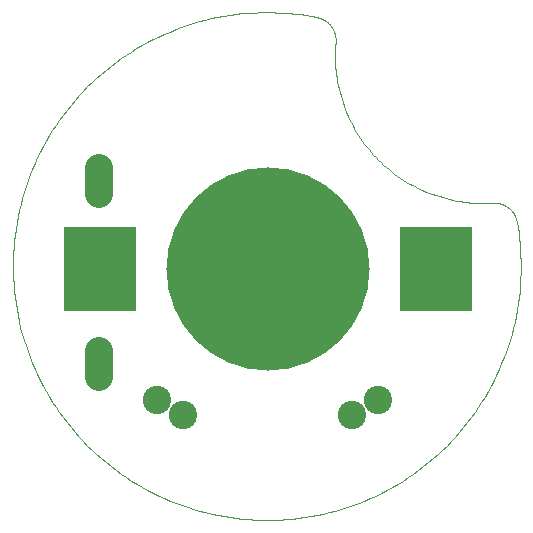
<source format=gbs>
G75*
%MOIN*%
%OFA0B0*%
%FSLAX25Y25*%
%IPPOS*%
%LPD*%
%AMOC8*
5,1,8,0,0,1.08239X$1,22.5*
%
%ADD10C,0.00098*%
%ADD11C,0.67729*%
%ADD12R,0.24422X0.28359*%
%ADD13C,0.09461*%
%ADD14C,0.09461*%
D10*
X0003092Y0085317D02*
X0003020Y0087391D01*
X0002998Y0089466D01*
X0003027Y0091541D01*
X0003108Y0093614D01*
X0003238Y0095685D01*
X0003420Y0097752D01*
X0003652Y0099814D01*
X0003935Y0101870D01*
X0004268Y0103918D01*
X0004651Y0105958D01*
X0005084Y0107987D01*
X0005567Y0110005D01*
X0006099Y0112011D01*
X0006680Y0114003D01*
X0007310Y0115980D01*
X0007987Y0117942D01*
X0008713Y0119886D01*
X0009486Y0121811D01*
X0010307Y0123717D01*
X0011173Y0125603D01*
X0012086Y0127466D01*
X0013044Y0129307D01*
X0014047Y0131124D01*
X0015094Y0132915D01*
X0016184Y0134681D01*
X0017318Y0136419D01*
X0018494Y0138129D01*
X0019711Y0139809D01*
X0020969Y0141459D01*
X0022268Y0143078D01*
X0023605Y0144664D01*
X0024981Y0146217D01*
X0026395Y0147736D01*
X0027846Y0149220D01*
X0029332Y0150668D01*
X0030854Y0152079D01*
X0032409Y0153452D01*
X0033998Y0154787D01*
X0035619Y0156083D01*
X0037272Y0157338D01*
X0038954Y0158552D01*
X0040666Y0159725D01*
X0042406Y0160855D01*
X0044174Y0161943D01*
X0045967Y0162987D01*
X0047785Y0163986D01*
X0049628Y0164941D01*
X0051493Y0165850D01*
X0053380Y0166713D01*
X0055288Y0167530D01*
X0057215Y0168300D01*
X0059160Y0169022D01*
X0061123Y0169696D01*
X0063101Y0170322D01*
X0065094Y0170900D01*
X0067101Y0171428D01*
X0069120Y0171907D01*
X0071150Y0172337D01*
X0073190Y0172716D01*
X0075239Y0173045D01*
X0077295Y0173324D01*
X0079358Y0173553D01*
X0081425Y0173731D01*
X0083496Y0173858D01*
X0085570Y0173934D01*
X0087645Y0173960D01*
X0104371Y0172292D02*
X0104556Y0172252D01*
X0104740Y0172207D01*
X0104923Y0172158D01*
X0105105Y0172104D01*
X0105285Y0172046D01*
X0105464Y0171983D01*
X0105641Y0171917D01*
X0105817Y0171846D01*
X0105991Y0171771D01*
X0106162Y0171691D01*
X0106332Y0171608D01*
X0106500Y0171520D01*
X0106666Y0171428D01*
X0106829Y0171332D01*
X0106990Y0171233D01*
X0107149Y0171129D01*
X0107305Y0171022D01*
X0107458Y0170911D01*
X0107609Y0170796D01*
X0107757Y0170678D01*
X0107902Y0170556D01*
X0108044Y0170430D01*
X0108182Y0170302D01*
X0108318Y0170169D01*
X0108450Y0170034D01*
X0108579Y0169895D01*
X0108705Y0169754D01*
X0108827Y0169609D01*
X0108946Y0169461D01*
X0109061Y0169311D01*
X0109172Y0169158D01*
X0109280Y0169002D01*
X0109384Y0168844D01*
X0109484Y0168683D01*
X0109580Y0168520D01*
X0109672Y0168354D01*
X0109760Y0168186D01*
X0109843Y0168016D01*
X0109923Y0167845D01*
X0109999Y0167671D01*
X0110070Y0167496D01*
X0110137Y0167319D01*
X0110200Y0167140D01*
X0110258Y0166960D01*
X0110312Y0166778D01*
X0110361Y0166595D01*
X0110407Y0166411D01*
X0110447Y0166226D01*
X0110483Y0166041D01*
X0110515Y0165854D01*
X0110542Y0165666D01*
X0110564Y0165478D01*
X0110582Y0165290D01*
X0110596Y0165101D01*
X0110604Y0164912D01*
X0110609Y0164723D01*
X0110608Y0164533D01*
X0110603Y0164344D01*
X0110594Y0164155D01*
X0110579Y0163966D01*
X0110486Y0162774D01*
X0110422Y0161580D01*
X0110386Y0160385D01*
X0110380Y0159190D01*
X0110403Y0157995D01*
X0110455Y0156801D01*
X0110536Y0155608D01*
X0110646Y0154418D01*
X0110786Y0153231D01*
X0110953Y0152047D01*
X0111150Y0150868D01*
X0111376Y0149694D01*
X0111629Y0148526D01*
X0111912Y0147364D01*
X0112222Y0146210D01*
X0112561Y0145064D01*
X0112927Y0143926D01*
X0113321Y0142797D01*
X0113742Y0141678D01*
X0114190Y0140570D01*
X0114666Y0139473D01*
X0115167Y0138388D01*
X0115695Y0137316D01*
X0116249Y0136257D01*
X0116829Y0135211D01*
X0117434Y0134180D01*
X0118064Y0133164D01*
X0118718Y0132164D01*
X0119397Y0131180D01*
X0120099Y0130213D01*
X0120825Y0129263D01*
X0121573Y0128331D01*
X0122344Y0127417D01*
X0123137Y0126523D01*
X0123952Y0125648D01*
X0124788Y0124793D01*
X0124788Y0124794D02*
X0125643Y0123958D01*
X0126518Y0123143D01*
X0127413Y0122349D01*
X0128326Y0121578D01*
X0129259Y0120829D01*
X0130209Y0120103D01*
X0131177Y0119400D01*
X0132161Y0118721D01*
X0133162Y0118067D01*
X0134178Y0117437D01*
X0135210Y0116832D01*
X0136255Y0116252D01*
X0137315Y0115698D01*
X0138388Y0115169D01*
X0139473Y0114668D01*
X0140571Y0114192D01*
X0141679Y0113744D01*
X0142798Y0113322D01*
X0143928Y0112929D01*
X0145066Y0112562D01*
X0146213Y0112224D01*
X0147368Y0111913D01*
X0148530Y0111631D01*
X0149698Y0111378D01*
X0150873Y0111152D01*
X0152052Y0110956D01*
X0153236Y0110788D01*
X0154424Y0110649D01*
X0155615Y0110539D01*
X0156808Y0110458D01*
X0158003Y0110407D01*
X0159198Y0110384D01*
X0160394Y0110391D01*
X0161590Y0110426D01*
X0162784Y0110491D01*
X0162974Y0110501D01*
X0163164Y0110506D01*
X0163354Y0110507D01*
X0163544Y0110503D01*
X0163734Y0110495D01*
X0163924Y0110481D01*
X0164113Y0110464D01*
X0164302Y0110442D01*
X0164490Y0110415D01*
X0164677Y0110383D01*
X0164864Y0110348D01*
X0165050Y0110307D01*
X0165235Y0110262D01*
X0165418Y0110213D01*
X0165601Y0110159D01*
X0165781Y0110101D01*
X0165961Y0110038D01*
X0166139Y0109971D01*
X0166315Y0109900D01*
X0166490Y0109824D01*
X0166662Y0109744D01*
X0166833Y0109661D01*
X0167001Y0109573D01*
X0167168Y0109480D01*
X0167332Y0109384D01*
X0167493Y0109284D01*
X0167652Y0109180D01*
X0167809Y0109073D01*
X0167963Y0108961D01*
X0168114Y0108846D01*
X0168262Y0108727D01*
X0168408Y0108604D01*
X0168550Y0108478D01*
X0168690Y0108349D01*
X0168826Y0108216D01*
X0168958Y0108080D01*
X0169088Y0107941D01*
X0169214Y0107799D01*
X0169337Y0107653D01*
X0169456Y0107505D01*
X0169571Y0107354D01*
X0169683Y0107200D01*
X0169791Y0107044D01*
X0169895Y0106885D01*
X0169995Y0106723D01*
X0170091Y0106559D01*
X0170183Y0106393D01*
X0170272Y0106225D01*
X0170356Y0106054D01*
X0170436Y0105882D01*
X0170511Y0105707D01*
X0170583Y0105531D01*
X0170650Y0105353D01*
X0170713Y0105174D01*
X0170771Y0104993D01*
X0170825Y0104810D01*
X0170875Y0104627D01*
X0170920Y0104442D01*
X0170960Y0104256D01*
X0170996Y0104070D01*
X0083647Y0004762D02*
X0081570Y0004891D01*
X0079497Y0005072D01*
X0077428Y0005303D01*
X0075366Y0005585D01*
X0073312Y0005917D01*
X0071266Y0006300D01*
X0069230Y0006733D01*
X0067206Y0007215D01*
X0065194Y0007747D01*
X0063195Y0008328D01*
X0061212Y0008958D01*
X0059244Y0009636D01*
X0057294Y0010362D01*
X0055362Y0011136D01*
X0053449Y0011957D01*
X0051558Y0012825D01*
X0049688Y0013738D01*
X0047841Y0014698D01*
X0046018Y0015702D01*
X0044220Y0016750D01*
X0042449Y0017843D01*
X0040704Y0018978D01*
X0038989Y0020156D01*
X0037302Y0021376D01*
X0035646Y0022636D01*
X0034021Y0023937D01*
X0032429Y0025277D01*
X0030870Y0026656D01*
X0029345Y0028072D01*
X0027856Y0029526D01*
X0026402Y0031015D01*
X0024986Y0032540D01*
X0023607Y0034099D01*
X0022267Y0035691D01*
X0020966Y0037316D01*
X0019706Y0038972D01*
X0018486Y0040659D01*
X0017308Y0042374D01*
X0016173Y0044119D01*
X0015080Y0045890D01*
X0014032Y0047688D01*
X0013028Y0049511D01*
X0012068Y0051358D01*
X0011155Y0053228D01*
X0010287Y0055119D01*
X0009466Y0057032D01*
X0008692Y0058964D01*
X0007966Y0060914D01*
X0007288Y0062882D01*
X0006658Y0064865D01*
X0006077Y0066864D01*
X0005545Y0068876D01*
X0005063Y0070901D01*
X0004630Y0072936D01*
X0004247Y0074982D01*
X0003915Y0077036D01*
X0003633Y0079099D01*
X0003402Y0081167D01*
X0003221Y0083240D01*
X0003092Y0085317D01*
X0083648Y0004761D02*
X0085722Y0004689D01*
X0087797Y0004667D01*
X0089872Y0004696D01*
X0091945Y0004777D01*
X0094016Y0004908D01*
X0096083Y0005089D01*
X0098145Y0005322D01*
X0100201Y0005604D01*
X0102249Y0005937D01*
X0104289Y0006320D01*
X0106318Y0006754D01*
X0108336Y0007236D01*
X0110342Y0007768D01*
X0112334Y0008349D01*
X0114311Y0008979D01*
X0116273Y0009657D01*
X0118217Y0010383D01*
X0120142Y0011156D01*
X0122048Y0011976D01*
X0123934Y0012843D01*
X0125798Y0013755D01*
X0127638Y0014713D01*
X0129455Y0015716D01*
X0131246Y0016763D01*
X0133012Y0017854D01*
X0134750Y0018987D01*
X0136460Y0020163D01*
X0138140Y0021381D01*
X0139790Y0022639D01*
X0141409Y0023937D01*
X0142995Y0025275D01*
X0144549Y0026651D01*
X0146068Y0028065D01*
X0147551Y0029516D01*
X0148999Y0031002D01*
X0150410Y0032524D01*
X0151784Y0034079D01*
X0153118Y0035668D01*
X0154414Y0037289D01*
X0155669Y0038942D01*
X0156883Y0040624D01*
X0158056Y0042336D01*
X0159187Y0044076D01*
X0160274Y0045844D01*
X0161318Y0047637D01*
X0162317Y0049456D01*
X0163272Y0051298D01*
X0164181Y0053163D01*
X0165045Y0055050D01*
X0165861Y0056958D01*
X0166631Y0058885D01*
X0167353Y0060830D01*
X0168028Y0062793D01*
X0168654Y0064771D01*
X0169231Y0066765D01*
X0169759Y0068771D01*
X0170238Y0070790D01*
X0170668Y0072821D01*
X0171047Y0074861D01*
X0171376Y0076909D01*
X0171655Y0078966D01*
X0171884Y0081028D01*
X0172062Y0083096D01*
X0172189Y0085167D01*
X0172265Y0087241D01*
X0172291Y0089315D01*
X0172291Y0089316D02*
X0172271Y0091169D01*
X0172210Y0093022D01*
X0172109Y0094873D01*
X0171967Y0096721D01*
X0171785Y0098566D01*
X0171562Y0100406D01*
X0171300Y0102241D01*
X0170997Y0104070D01*
X0104372Y0172293D02*
X0102534Y0172642D01*
X0100689Y0172951D01*
X0098837Y0173219D01*
X0096980Y0173446D01*
X0095119Y0173631D01*
X0093254Y0173776D01*
X0091386Y0173879D01*
X0089516Y0173941D01*
X0087645Y0173961D01*
D11*
X0088000Y0088400D03*
D12*
X0032000Y0088400D03*
X0144000Y0088400D03*
D13*
X0124830Y0044670D03*
X0116170Y0039670D03*
X0059830Y0039670D03*
X0051170Y0044670D03*
D14*
X0031730Y0052387D02*
X0031730Y0061048D01*
X0031730Y0113292D02*
X0031730Y0121953D01*
M02*

</source>
